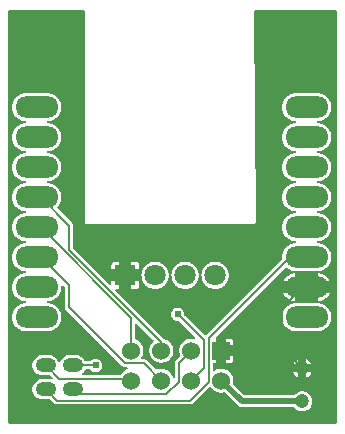
<source format=gtl>
G04 Layer: TopLayer*
G04 EasyEDA v6.5.22, 2023-01-21 22:26:58*
G04 c6cdce557248458a9636279a13899d4b,db865e68f4bc4fd99aa1dd1697a786d6,10*
G04 Gerber Generator version 0.2*
G04 Scale: 100 percent, Rotated: No, Reflected: No *
G04 Dimensions in millimeters *
G04 leading zeros omitted , absolute positions ,4 integer and 5 decimal *
%FSLAX45Y45*%
%MOMM*%

%ADD10C,0.1500*%
%ADD11C,0.5000*%
%ADD12O,1.7500092X1.1999976*%
%ADD13R,1.5240X1.5240*%
%ADD14C,1.5240*%
%ADD15C,1.2000*%
%ADD16O,3.6576X1.8288*%
%ADD17R,1.8000X1.8000*%
%ADD18C,1.8000*%
%ADD19C,0.6100*%
%ADD20C,0.0125*%

%LPD*%
G36*
X594868Y5105908D02*
G01*
X590956Y5106670D01*
X587705Y5108905D01*
X585470Y5112156D01*
X584708Y5116068D01*
X584708Y8599932D01*
X585470Y8603843D01*
X587705Y8607094D01*
X590956Y8609330D01*
X594868Y8610092D01*
X1221232Y8610092D01*
X1225143Y8609330D01*
X1228394Y8607094D01*
X1230630Y8603843D01*
X1231392Y8599932D01*
X1231392Y6820509D01*
X1232204Y6814007D01*
X1234287Y6808470D01*
X1237843Y6803339D01*
X1240840Y6800291D01*
X1244447Y6797649D01*
X1249984Y6795160D01*
X1257452Y6793992D01*
X2653690Y6793992D01*
X2660192Y6794804D01*
X2665730Y6796887D01*
X2670810Y6800392D01*
X2674010Y6803644D01*
X2676550Y6807149D01*
X2679039Y6812686D01*
X2680208Y6820255D01*
X2667762Y8599881D01*
X2668524Y8603792D01*
X2670708Y8607094D01*
X2674010Y8609330D01*
X2677922Y8610092D01*
X3354832Y8610092D01*
X3358743Y8609330D01*
X3361994Y8607094D01*
X3364229Y8603843D01*
X3364992Y8599932D01*
X3364992Y5116068D01*
X3364229Y5112156D01*
X3361994Y5108905D01*
X3358743Y5106670D01*
X3354832Y5105908D01*
G37*

%LPC*%
G36*
X3073400Y5209743D02*
G01*
X3085642Y5210606D01*
X3097580Y5213197D01*
X3109061Y5217464D01*
X3119831Y5223357D01*
X3129635Y5230672D01*
X3138322Y5239359D01*
X3145637Y5249164D01*
X3151530Y5259933D01*
X3155797Y5271414D01*
X3158388Y5283403D01*
X3159302Y5295595D01*
X3158388Y5307838D01*
X3155797Y5319776D01*
X3151530Y5331256D01*
X3145637Y5342026D01*
X3138322Y5351830D01*
X3129635Y5360517D01*
X3119831Y5367832D01*
X3109061Y5373725D01*
X3097580Y5377992D01*
X3085642Y5380583D01*
X3073400Y5381498D01*
X3061157Y5380583D01*
X3049219Y5377992D01*
X3037738Y5373725D01*
X3026968Y5367832D01*
X3017164Y5360517D01*
X3008477Y5351830D01*
X3005328Y5348376D01*
X3002483Y5347004D01*
X2999435Y5346496D01*
X2588717Y5346496D01*
X2584805Y5347258D01*
X2581554Y5349494D01*
X2490927Y5440070D01*
X2488895Y5443016D01*
X2487980Y5446420D01*
X2490216Y5463844D01*
X2490216Y5477459D01*
X2488387Y5490972D01*
X2484780Y5504129D01*
X2479497Y5516676D01*
X2472537Y5528411D01*
X2464054Y5539130D01*
X2454249Y5548630D01*
X2443276Y5556707D01*
X2431338Y5563260D01*
X2418588Y5568137D01*
X2405329Y5571337D01*
X2391765Y5572658D01*
X2378151Y5572201D01*
X2364689Y5569966D01*
X2351684Y5565902D01*
X2339289Y5560161D01*
X2332685Y5555945D01*
X2328672Y5554472D01*
X2324354Y5554776D01*
X2320544Y5556859D01*
X2318004Y5560314D01*
X2317089Y5564530D01*
X2317089Y5612384D01*
X2317851Y5616295D01*
X2320036Y5619546D01*
X2323338Y5621782D01*
X2327249Y5622544D01*
X2343912Y5622544D01*
X2343912Y5680202D01*
X2327249Y5680202D01*
X2323338Y5680964D01*
X2320036Y5683199D01*
X2317851Y5686450D01*
X2317089Y5690362D01*
X2317089Y5758942D01*
X2317851Y5762853D01*
X2320036Y5766104D01*
X2323338Y5768340D01*
X2327249Y5769102D01*
X2343912Y5769102D01*
X2343912Y5836412D01*
X2344674Y5840272D01*
X2346909Y5843574D01*
X2929432Y6426149D01*
X2932531Y6428232D01*
X2936138Y6429095D01*
X2939846Y6428587D01*
X2943098Y6426809D01*
X2951073Y6420154D01*
X2963519Y6412280D01*
X2976880Y6406032D01*
X2990900Y6401460D01*
X3005378Y6398717D01*
X3012643Y6398260D01*
X3016808Y6397040D01*
X3018231Y6395821D01*
X3019958Y6396990D01*
X3023870Y6397752D01*
X3199130Y6397752D01*
X3203041Y6396990D01*
X3204768Y6395821D01*
X3206191Y6397040D01*
X3210356Y6398260D01*
X3217621Y6398717D01*
X3232099Y6401460D01*
X3246120Y6406032D01*
X3259480Y6412280D01*
X3271926Y6420154D01*
X3283254Y6429552D01*
X3293364Y6440322D01*
X3302000Y6452209D01*
X3309112Y6465163D01*
X3314547Y6478828D01*
X3318205Y6493103D01*
X3320034Y6507734D01*
X3320034Y6522466D01*
X3318205Y6537096D01*
X3314547Y6551371D01*
X3309112Y6565036D01*
X3302000Y6577990D01*
X3293364Y6589877D01*
X3283254Y6600647D01*
X3271926Y6610045D01*
X3259480Y6617919D01*
X3246120Y6624167D01*
X3232099Y6628739D01*
X3217621Y6631482D01*
X3210356Y6631940D01*
X3206191Y6633159D01*
X3202889Y6636003D01*
X3201111Y6639915D01*
X3201111Y6644284D01*
X3202889Y6648196D01*
X3206191Y6651040D01*
X3210356Y6652259D01*
X3217621Y6652717D01*
X3232099Y6655460D01*
X3246120Y6660032D01*
X3259480Y6666280D01*
X3271926Y6674154D01*
X3283254Y6683552D01*
X3293364Y6694322D01*
X3302000Y6706209D01*
X3309112Y6719163D01*
X3314547Y6732828D01*
X3318205Y6747103D01*
X3320034Y6761734D01*
X3320034Y6776466D01*
X3318205Y6791096D01*
X3314547Y6805371D01*
X3309112Y6819036D01*
X3302000Y6831990D01*
X3293364Y6843877D01*
X3283254Y6854647D01*
X3271926Y6864045D01*
X3259480Y6871919D01*
X3246120Y6878167D01*
X3232099Y6882739D01*
X3217621Y6885482D01*
X3210356Y6885940D01*
X3206191Y6887159D01*
X3202889Y6890003D01*
X3201111Y6893915D01*
X3201111Y6898284D01*
X3202889Y6902196D01*
X3206191Y6905040D01*
X3210356Y6906259D01*
X3217621Y6906717D01*
X3232099Y6909460D01*
X3246120Y6914032D01*
X3259480Y6920280D01*
X3271926Y6928154D01*
X3283254Y6937552D01*
X3293364Y6948322D01*
X3302000Y6960209D01*
X3309112Y6973163D01*
X3314547Y6986828D01*
X3318205Y7001103D01*
X3320034Y7015734D01*
X3320034Y7030466D01*
X3318205Y7045096D01*
X3314547Y7059371D01*
X3309112Y7073036D01*
X3302000Y7085990D01*
X3293364Y7097877D01*
X3283254Y7108647D01*
X3271926Y7118045D01*
X3259480Y7125919D01*
X3246120Y7132167D01*
X3232099Y7136739D01*
X3217621Y7139482D01*
X3210356Y7139940D01*
X3206191Y7141159D01*
X3202889Y7144003D01*
X3201111Y7147915D01*
X3201111Y7152284D01*
X3202889Y7156196D01*
X3206191Y7159040D01*
X3210356Y7160259D01*
X3217621Y7160717D01*
X3232099Y7163460D01*
X3246120Y7168032D01*
X3259480Y7174280D01*
X3271926Y7182154D01*
X3283254Y7191552D01*
X3293364Y7202322D01*
X3302000Y7214209D01*
X3309112Y7227163D01*
X3314547Y7240828D01*
X3318205Y7255103D01*
X3320034Y7269734D01*
X3320034Y7284466D01*
X3318205Y7299096D01*
X3314547Y7313371D01*
X3309112Y7327036D01*
X3302000Y7339990D01*
X3293364Y7351877D01*
X3283254Y7362647D01*
X3271926Y7372045D01*
X3259480Y7379919D01*
X3246120Y7386167D01*
X3232099Y7390739D01*
X3217621Y7393482D01*
X3210356Y7393940D01*
X3206191Y7395159D01*
X3202889Y7398003D01*
X3201111Y7401915D01*
X3201111Y7406284D01*
X3202889Y7410196D01*
X3206191Y7413040D01*
X3210356Y7414259D01*
X3217621Y7414717D01*
X3232099Y7417460D01*
X3246120Y7422032D01*
X3259480Y7428280D01*
X3271926Y7436154D01*
X3283254Y7445552D01*
X3293364Y7456322D01*
X3302000Y7468209D01*
X3309112Y7481163D01*
X3314547Y7494828D01*
X3318205Y7509103D01*
X3320034Y7523734D01*
X3320034Y7538466D01*
X3318205Y7553096D01*
X3314547Y7567371D01*
X3309112Y7581036D01*
X3302000Y7593990D01*
X3293364Y7605877D01*
X3283254Y7616647D01*
X3271926Y7626045D01*
X3259480Y7633919D01*
X3246120Y7640167D01*
X3232099Y7644739D01*
X3217621Y7647482D01*
X3210356Y7647940D01*
X3206191Y7649159D01*
X3202889Y7652003D01*
X3201111Y7655915D01*
X3201111Y7660284D01*
X3202889Y7664196D01*
X3206191Y7667040D01*
X3210356Y7668259D01*
X3217621Y7668717D01*
X3232099Y7671460D01*
X3246120Y7676032D01*
X3259480Y7682280D01*
X3271926Y7690154D01*
X3283254Y7699552D01*
X3293364Y7710322D01*
X3302000Y7722209D01*
X3309112Y7735163D01*
X3314547Y7748828D01*
X3318205Y7763103D01*
X3320034Y7777734D01*
X3320034Y7792466D01*
X3318205Y7807096D01*
X3314547Y7821371D01*
X3309112Y7835036D01*
X3302000Y7847990D01*
X3293364Y7859877D01*
X3283254Y7870647D01*
X3271926Y7880045D01*
X3259480Y7887919D01*
X3246120Y7894167D01*
X3232099Y7898739D01*
X3217621Y7901482D01*
X3202635Y7902448D01*
X3020364Y7902448D01*
X3005378Y7901482D01*
X2990900Y7898739D01*
X2976880Y7894167D01*
X2963519Y7887919D01*
X2951073Y7880045D01*
X2939745Y7870647D01*
X2929636Y7859877D01*
X2921000Y7847990D01*
X2913888Y7835036D01*
X2908452Y7821371D01*
X2904794Y7807096D01*
X2902966Y7792466D01*
X2902966Y7777734D01*
X2904794Y7763103D01*
X2908452Y7748828D01*
X2913888Y7735163D01*
X2921000Y7722209D01*
X2929636Y7710322D01*
X2939745Y7699552D01*
X2951073Y7690154D01*
X2963519Y7682280D01*
X2976880Y7676032D01*
X2990900Y7671460D01*
X3005378Y7668717D01*
X3012643Y7668259D01*
X3016808Y7667040D01*
X3020110Y7664196D01*
X3021888Y7660284D01*
X3021888Y7655915D01*
X3020110Y7652003D01*
X3016808Y7649159D01*
X3012643Y7647940D01*
X3005378Y7647482D01*
X2990900Y7644739D01*
X2976880Y7640167D01*
X2963519Y7633919D01*
X2951073Y7626045D01*
X2939745Y7616647D01*
X2929636Y7605877D01*
X2921000Y7593990D01*
X2913888Y7581036D01*
X2908452Y7567371D01*
X2904794Y7553096D01*
X2902966Y7538466D01*
X2902966Y7523734D01*
X2904794Y7509103D01*
X2908452Y7494828D01*
X2913888Y7481163D01*
X2921000Y7468209D01*
X2929636Y7456322D01*
X2939745Y7445552D01*
X2951073Y7436154D01*
X2963519Y7428280D01*
X2976880Y7422032D01*
X2990900Y7417460D01*
X3005378Y7414717D01*
X3012643Y7414259D01*
X3016808Y7413040D01*
X3020110Y7410196D01*
X3021888Y7406284D01*
X3021888Y7401915D01*
X3020110Y7398003D01*
X3016808Y7395159D01*
X3012643Y7393940D01*
X3005378Y7393482D01*
X2990900Y7390739D01*
X2976880Y7386167D01*
X2963519Y7379919D01*
X2951073Y7372045D01*
X2939745Y7362647D01*
X2929636Y7351877D01*
X2921000Y7339990D01*
X2913888Y7327036D01*
X2908452Y7313371D01*
X2904794Y7299096D01*
X2902966Y7284466D01*
X2902966Y7269734D01*
X2904794Y7255103D01*
X2908452Y7240828D01*
X2913888Y7227163D01*
X2921000Y7214209D01*
X2929636Y7202322D01*
X2939745Y7191552D01*
X2951073Y7182154D01*
X2963519Y7174280D01*
X2976880Y7168032D01*
X2990900Y7163460D01*
X3005378Y7160717D01*
X3012643Y7160259D01*
X3016808Y7159040D01*
X3020110Y7156196D01*
X3021888Y7152284D01*
X3021888Y7147915D01*
X3020110Y7144003D01*
X3016808Y7141159D01*
X3012643Y7139940D01*
X3005378Y7139482D01*
X2990900Y7136739D01*
X2976880Y7132167D01*
X2963519Y7125919D01*
X2951073Y7118045D01*
X2939745Y7108647D01*
X2929636Y7097877D01*
X2921000Y7085990D01*
X2913888Y7073036D01*
X2908452Y7059371D01*
X2904794Y7045096D01*
X2902966Y7030466D01*
X2902966Y7015734D01*
X2904794Y7001103D01*
X2908452Y6986828D01*
X2913888Y6973163D01*
X2921000Y6960209D01*
X2929636Y6948322D01*
X2939745Y6937552D01*
X2951073Y6928154D01*
X2963519Y6920280D01*
X2976880Y6914032D01*
X2990900Y6909460D01*
X3005378Y6906717D01*
X3012643Y6906259D01*
X3016808Y6905040D01*
X3020110Y6902196D01*
X3021888Y6898284D01*
X3021888Y6893915D01*
X3020110Y6890003D01*
X3016808Y6887159D01*
X3012643Y6885940D01*
X3005378Y6885482D01*
X2990900Y6882739D01*
X2976880Y6878167D01*
X2963519Y6871919D01*
X2951073Y6864045D01*
X2939745Y6854647D01*
X2929636Y6843877D01*
X2921000Y6831990D01*
X2913888Y6819036D01*
X2908452Y6805371D01*
X2904794Y6791096D01*
X2902966Y6776466D01*
X2902966Y6761734D01*
X2904794Y6747103D01*
X2908452Y6732828D01*
X2913888Y6719163D01*
X2921000Y6706209D01*
X2929636Y6694322D01*
X2939745Y6683552D01*
X2951073Y6674154D01*
X2963519Y6666280D01*
X2976880Y6660032D01*
X2990900Y6655460D01*
X3005378Y6652717D01*
X3012643Y6652259D01*
X3016808Y6651040D01*
X3020110Y6648196D01*
X3021888Y6644284D01*
X3021888Y6639915D01*
X3020110Y6636003D01*
X3016808Y6633159D01*
X3012643Y6631940D01*
X3005378Y6631482D01*
X2990900Y6628739D01*
X2976880Y6624167D01*
X2963519Y6617919D01*
X2951073Y6610045D01*
X2939745Y6600647D01*
X2929636Y6589877D01*
X2921000Y6577990D01*
X2913888Y6565036D01*
X2908452Y6551371D01*
X2904794Y6537096D01*
X2902966Y6522466D01*
X2902966Y6507734D01*
X2903880Y6500622D01*
X2903778Y6497523D01*
X2902762Y6494627D01*
X2900984Y6492138D01*
X2261108Y5852312D01*
X2257806Y5850077D01*
X2253945Y5849315D01*
X2250033Y5850077D01*
X2246731Y5852312D01*
X2078278Y6020765D01*
X2075942Y6024473D01*
X2075332Y6028842D01*
X2075688Y6032500D01*
X2074824Y6042304D01*
X2072284Y6051804D01*
X2068118Y6060694D01*
X2062480Y6068720D01*
X2055520Y6075680D01*
X2047493Y6081318D01*
X2038604Y6085484D01*
X2029104Y6088024D01*
X2019300Y6088888D01*
X2009495Y6088024D01*
X1999996Y6085484D01*
X1991106Y6081318D01*
X1983079Y6075680D01*
X1976120Y6068720D01*
X1970481Y6060694D01*
X1966315Y6051804D01*
X1963775Y6042304D01*
X1962912Y6032500D01*
X1963775Y6022695D01*
X1966315Y6013196D01*
X1970481Y6004306D01*
X1976120Y5996279D01*
X1983079Y5989320D01*
X1991106Y5983681D01*
X1999996Y5979515D01*
X2009495Y5976975D01*
X2019300Y5976112D01*
X2022957Y5976467D01*
X2027326Y5975858D01*
X2031034Y5973521D01*
X2162556Y5842000D01*
X2164943Y5838291D01*
X2165502Y5834024D01*
X2164283Y5829858D01*
X2161387Y5826556D01*
X2157374Y5824829D01*
X2153056Y5824931D01*
X2151329Y5825337D01*
X2137765Y5826658D01*
X2124151Y5826201D01*
X2110689Y5823966D01*
X2097684Y5819902D01*
X2085289Y5814161D01*
X2073808Y5806846D01*
X2063394Y5798058D01*
X2054250Y5787898D01*
X2046528Y5776671D01*
X2040382Y5764530D01*
X2035911Y5751626D01*
X2033168Y5738266D01*
X2032254Y5724652D01*
X2033168Y5711037D01*
X2035911Y5697677D01*
X2040077Y5685688D01*
X2040636Y5681980D01*
X2039772Y5678322D01*
X2037638Y5675172D01*
X2007260Y5644794D01*
X2002536Y5638952D01*
X1999386Y5632754D01*
X1997506Y5625896D01*
X1997100Y5620410D01*
X1997100Y5505602D01*
X1996236Y5501538D01*
X1993849Y5498185D01*
X1990293Y5496001D01*
X1986229Y5495442D01*
X1982216Y5496610D01*
X1979015Y5499252D01*
X1971497Y5516676D01*
X1964537Y5528411D01*
X1956054Y5539130D01*
X1946249Y5548630D01*
X1935276Y5556707D01*
X1923338Y5563260D01*
X1910588Y5568137D01*
X1897329Y5571337D01*
X1883765Y5572658D01*
X1870151Y5572201D01*
X1856689Y5569966D01*
X1838401Y5564378D01*
X1834337Y5565089D01*
X1830933Y5567324D01*
X1756714Y5641543D01*
X1750872Y5646267D01*
X1744675Y5649417D01*
X1737817Y5651296D01*
X1732330Y5651703D01*
X1719376Y5651703D01*
X1715211Y5652617D01*
X1711807Y5655106D01*
X1709674Y5658815D01*
X1709267Y5663031D01*
X1710639Y5667044D01*
X1717497Y5678627D01*
X1722780Y5691174D01*
X1726387Y5704332D01*
X1728216Y5717844D01*
X1728216Y5731459D01*
X1726387Y5744972D01*
X1722780Y5758129D01*
X1717497Y5770676D01*
X1710537Y5782411D01*
X1702054Y5793130D01*
X1692249Y5802630D01*
X1681276Y5810707D01*
X1669338Y5817260D01*
X1666290Y5818428D01*
X1662887Y5820613D01*
X1660601Y5823966D01*
X1659788Y5827928D01*
X1659788Y5946140D01*
X1660550Y5950000D01*
X1662734Y5953302D01*
X1666036Y5955538D01*
X1669948Y5956300D01*
X1673809Y5955538D01*
X1677111Y5953302D01*
X1814068Y5816396D01*
X1816354Y5812891D01*
X1817014Y5808776D01*
X1815998Y5804712D01*
X1813407Y5801461D01*
X1809394Y5798058D01*
X1800250Y5787898D01*
X1792528Y5776671D01*
X1786382Y5764530D01*
X1781911Y5751626D01*
X1779168Y5738266D01*
X1778254Y5724652D01*
X1779168Y5711037D01*
X1781911Y5697677D01*
X1786382Y5684774D01*
X1792528Y5672632D01*
X1800250Y5661406D01*
X1809394Y5651246D01*
X1819808Y5642457D01*
X1831289Y5635142D01*
X1843684Y5629402D01*
X1856689Y5625338D01*
X1870151Y5623102D01*
X1883765Y5622645D01*
X1897329Y5623966D01*
X1910588Y5627166D01*
X1923338Y5632043D01*
X1935276Y5638596D01*
X1946249Y5646674D01*
X1956054Y5656173D01*
X1964537Y5666892D01*
X1971497Y5678627D01*
X1976780Y5691174D01*
X1980387Y5704332D01*
X1982216Y5717844D01*
X1982216Y5731459D01*
X1980387Y5744972D01*
X1976780Y5758129D01*
X1971497Y5770676D01*
X1964537Y5782411D01*
X1956054Y5793130D01*
X1946249Y5802630D01*
X1935276Y5810707D01*
X1923338Y5817260D01*
X1910588Y5822137D01*
X1903120Y5823915D01*
X1900529Y5824931D01*
X1898294Y5826658D01*
X1495501Y6229451D01*
X1493266Y6232753D01*
X1492504Y6236614D01*
X1493266Y6240526D01*
X1495501Y6243828D01*
X1498803Y6246012D01*
X1502664Y6246774D01*
X1523441Y6246774D01*
X1523441Y6311341D01*
X1458874Y6311341D01*
X1458874Y6290564D01*
X1458112Y6286703D01*
X1455928Y6283401D01*
X1452626Y6281166D01*
X1448714Y6280404D01*
X1444853Y6281166D01*
X1441551Y6283401D01*
X1138224Y6586728D01*
X1135989Y6590030D01*
X1135227Y6593890D01*
X1135227Y6781647D01*
X1134465Y6789115D01*
X1132281Y6795719D01*
X1128725Y6801866D01*
X1125169Y6806082D01*
X1002487Y6928764D01*
X1000302Y6931964D01*
X999490Y6935774D01*
X1000201Y6939584D01*
X1002233Y6942886D01*
X1007364Y6948322D01*
X1016000Y6960209D01*
X1023112Y6973163D01*
X1028547Y6986828D01*
X1032205Y7001103D01*
X1034034Y7015734D01*
X1034034Y7030466D01*
X1032205Y7045096D01*
X1028547Y7059371D01*
X1023112Y7073036D01*
X1016000Y7085990D01*
X1007364Y7097877D01*
X997254Y7108647D01*
X985926Y7118045D01*
X973480Y7125919D01*
X960119Y7132167D01*
X946099Y7136739D01*
X931621Y7139482D01*
X924356Y7139940D01*
X920191Y7141159D01*
X916889Y7144003D01*
X915111Y7147915D01*
X915111Y7152284D01*
X916889Y7156196D01*
X920191Y7159040D01*
X924356Y7160259D01*
X931621Y7160717D01*
X946099Y7163460D01*
X960119Y7168032D01*
X973480Y7174280D01*
X985926Y7182154D01*
X997254Y7191552D01*
X1007364Y7202322D01*
X1016000Y7214209D01*
X1023112Y7227163D01*
X1028547Y7240828D01*
X1032205Y7255103D01*
X1034034Y7269734D01*
X1034034Y7284466D01*
X1032205Y7299096D01*
X1028547Y7313371D01*
X1023112Y7327036D01*
X1016000Y7339990D01*
X1007364Y7351877D01*
X997254Y7362647D01*
X985926Y7372045D01*
X973480Y7379919D01*
X960119Y7386167D01*
X946099Y7390739D01*
X931621Y7393482D01*
X924356Y7393940D01*
X920191Y7395159D01*
X916889Y7398003D01*
X915111Y7401915D01*
X915111Y7406284D01*
X916889Y7410196D01*
X920191Y7413040D01*
X924356Y7414259D01*
X931621Y7414717D01*
X946099Y7417460D01*
X960119Y7422032D01*
X973480Y7428280D01*
X985926Y7436154D01*
X997254Y7445552D01*
X1007364Y7456322D01*
X1016000Y7468209D01*
X1023112Y7481163D01*
X1028547Y7494828D01*
X1032205Y7509103D01*
X1034034Y7523734D01*
X1034034Y7538466D01*
X1032205Y7553096D01*
X1028547Y7567371D01*
X1023112Y7581036D01*
X1016000Y7593990D01*
X1007364Y7605877D01*
X997254Y7616647D01*
X985926Y7626045D01*
X973480Y7633919D01*
X960119Y7640167D01*
X946099Y7644739D01*
X931621Y7647482D01*
X924356Y7647940D01*
X920191Y7649159D01*
X916889Y7652003D01*
X915111Y7655915D01*
X915111Y7660284D01*
X916889Y7664196D01*
X920191Y7667040D01*
X924356Y7668259D01*
X931621Y7668717D01*
X946099Y7671460D01*
X960119Y7676032D01*
X973480Y7682280D01*
X985926Y7690154D01*
X997254Y7699552D01*
X1007364Y7710322D01*
X1016000Y7722209D01*
X1023112Y7735163D01*
X1028547Y7748828D01*
X1032205Y7763103D01*
X1034034Y7777734D01*
X1034034Y7792466D01*
X1032205Y7807096D01*
X1028547Y7821371D01*
X1023112Y7835036D01*
X1016000Y7847990D01*
X1007364Y7859877D01*
X997254Y7870647D01*
X985926Y7880045D01*
X973480Y7887919D01*
X960119Y7894167D01*
X946099Y7898739D01*
X931621Y7901482D01*
X916635Y7902448D01*
X734364Y7902448D01*
X719378Y7901482D01*
X704900Y7898739D01*
X690880Y7894167D01*
X677519Y7887919D01*
X665073Y7880045D01*
X653745Y7870647D01*
X643636Y7859877D01*
X635000Y7847990D01*
X627888Y7835036D01*
X622452Y7821371D01*
X618794Y7807096D01*
X616966Y7792466D01*
X616966Y7777734D01*
X618794Y7763103D01*
X622452Y7748828D01*
X627888Y7735163D01*
X635000Y7722209D01*
X643636Y7710322D01*
X653745Y7699552D01*
X665073Y7690154D01*
X677519Y7682280D01*
X690880Y7676032D01*
X704900Y7671460D01*
X719378Y7668717D01*
X726643Y7668259D01*
X730808Y7667040D01*
X734110Y7664196D01*
X735888Y7660284D01*
X735888Y7655915D01*
X734110Y7652003D01*
X730808Y7649159D01*
X726643Y7647940D01*
X719378Y7647482D01*
X704900Y7644739D01*
X690880Y7640167D01*
X677519Y7633919D01*
X665073Y7626045D01*
X653745Y7616647D01*
X643636Y7605877D01*
X635000Y7593990D01*
X627888Y7581036D01*
X622452Y7567371D01*
X618794Y7553096D01*
X616966Y7538466D01*
X616966Y7523734D01*
X618794Y7509103D01*
X622452Y7494828D01*
X627888Y7481163D01*
X635000Y7468209D01*
X643636Y7456322D01*
X653745Y7445552D01*
X665073Y7436154D01*
X677519Y7428280D01*
X690880Y7422032D01*
X704900Y7417460D01*
X719378Y7414717D01*
X726643Y7414259D01*
X730808Y7413040D01*
X734110Y7410196D01*
X735888Y7406284D01*
X735888Y7401915D01*
X734110Y7398003D01*
X730808Y7395159D01*
X726643Y7393940D01*
X719378Y7393482D01*
X704900Y7390739D01*
X690880Y7386167D01*
X677519Y7379919D01*
X665073Y7372045D01*
X653745Y7362647D01*
X643636Y7351877D01*
X635000Y7339990D01*
X627888Y7327036D01*
X622452Y7313371D01*
X618794Y7299096D01*
X616966Y7284466D01*
X616966Y7269734D01*
X618794Y7255103D01*
X622452Y7240828D01*
X627888Y7227163D01*
X635000Y7214209D01*
X643636Y7202322D01*
X653745Y7191552D01*
X665073Y7182154D01*
X677519Y7174280D01*
X690880Y7168032D01*
X704900Y7163460D01*
X719378Y7160717D01*
X726643Y7160259D01*
X730808Y7159040D01*
X734110Y7156196D01*
X735888Y7152284D01*
X735888Y7147915D01*
X734110Y7144003D01*
X730808Y7141159D01*
X726643Y7139940D01*
X719378Y7139482D01*
X704900Y7136739D01*
X690880Y7132167D01*
X677519Y7125919D01*
X665073Y7118045D01*
X653745Y7108647D01*
X643636Y7097877D01*
X635000Y7085990D01*
X627888Y7073036D01*
X622452Y7059371D01*
X618794Y7045096D01*
X616966Y7030466D01*
X616966Y7015734D01*
X618794Y7001103D01*
X622452Y6986828D01*
X627888Y6973163D01*
X635000Y6960209D01*
X643636Y6948322D01*
X653745Y6937552D01*
X665073Y6928154D01*
X677519Y6920280D01*
X690880Y6914032D01*
X704900Y6909460D01*
X719378Y6906717D01*
X726643Y6906259D01*
X730808Y6905040D01*
X734110Y6902196D01*
X735888Y6898284D01*
X735888Y6893915D01*
X734110Y6890003D01*
X730808Y6887159D01*
X726643Y6885940D01*
X719378Y6885482D01*
X704900Y6882739D01*
X690880Y6878167D01*
X677519Y6871919D01*
X665073Y6864045D01*
X653745Y6854647D01*
X643636Y6843877D01*
X635000Y6831990D01*
X627888Y6819036D01*
X622452Y6805371D01*
X618794Y6791096D01*
X616966Y6776466D01*
X616966Y6761734D01*
X618794Y6747103D01*
X622452Y6732828D01*
X627888Y6719163D01*
X635000Y6706209D01*
X643636Y6694322D01*
X653745Y6683552D01*
X665073Y6674154D01*
X677519Y6666280D01*
X690880Y6660032D01*
X704900Y6655460D01*
X719378Y6652717D01*
X726643Y6652259D01*
X730808Y6651040D01*
X734110Y6648196D01*
X735888Y6644284D01*
X735888Y6639915D01*
X734110Y6636003D01*
X730808Y6633159D01*
X726643Y6631940D01*
X719378Y6631482D01*
X704900Y6628739D01*
X690880Y6624167D01*
X677519Y6617919D01*
X665073Y6610045D01*
X653745Y6600647D01*
X643636Y6589877D01*
X635000Y6577990D01*
X627888Y6565036D01*
X622452Y6551371D01*
X618794Y6537096D01*
X616966Y6522466D01*
X616966Y6507734D01*
X618794Y6493103D01*
X622452Y6478828D01*
X627888Y6465163D01*
X635000Y6452209D01*
X643636Y6440322D01*
X653745Y6429552D01*
X665073Y6420154D01*
X677519Y6412280D01*
X690880Y6406032D01*
X704900Y6401460D01*
X719378Y6398717D01*
X726643Y6398260D01*
X730808Y6397040D01*
X734110Y6394196D01*
X735888Y6390284D01*
X735888Y6385915D01*
X734110Y6382004D01*
X730808Y6379159D01*
X726643Y6377940D01*
X719378Y6377482D01*
X704900Y6374739D01*
X690880Y6370167D01*
X677519Y6363919D01*
X665073Y6356045D01*
X653745Y6346647D01*
X643636Y6335877D01*
X635000Y6323990D01*
X627888Y6311036D01*
X622452Y6297371D01*
X618794Y6283096D01*
X616966Y6268466D01*
X616966Y6253734D01*
X618794Y6239103D01*
X622452Y6224828D01*
X627888Y6211163D01*
X635000Y6198209D01*
X643636Y6186322D01*
X653745Y6175552D01*
X665073Y6166154D01*
X677519Y6158280D01*
X690880Y6152032D01*
X704900Y6147460D01*
X719378Y6144717D01*
X726643Y6144260D01*
X730808Y6143040D01*
X734110Y6140196D01*
X735888Y6136284D01*
X735888Y6131915D01*
X734110Y6128004D01*
X730808Y6125159D01*
X726643Y6123940D01*
X719378Y6123482D01*
X704900Y6120739D01*
X690880Y6116167D01*
X677519Y6109919D01*
X665073Y6102045D01*
X653745Y6092647D01*
X643636Y6081877D01*
X635000Y6069990D01*
X627888Y6057036D01*
X622452Y6043371D01*
X618794Y6029096D01*
X616966Y6014466D01*
X616966Y5999734D01*
X618794Y5985103D01*
X622452Y5970828D01*
X627888Y5957163D01*
X635000Y5944209D01*
X643636Y5932322D01*
X653745Y5921552D01*
X665073Y5912154D01*
X677519Y5904280D01*
X690880Y5898032D01*
X704900Y5893460D01*
X719378Y5890717D01*
X734364Y5889752D01*
X916635Y5889752D01*
X931621Y5890717D01*
X946099Y5893460D01*
X960119Y5898032D01*
X973480Y5904280D01*
X985926Y5912154D01*
X997254Y5921552D01*
X1007364Y5932322D01*
X1016000Y5944209D01*
X1023112Y5957163D01*
X1028547Y5970828D01*
X1032205Y5985103D01*
X1034034Y5999734D01*
X1034034Y6014466D01*
X1032205Y6029096D01*
X1028547Y6043371D01*
X1023112Y6057036D01*
X1016000Y6069990D01*
X1007364Y6081877D01*
X997254Y6092647D01*
X985926Y6102045D01*
X973480Y6109919D01*
X960119Y6116167D01*
X946099Y6120739D01*
X931621Y6123482D01*
X924356Y6123940D01*
X920191Y6125159D01*
X916889Y6128004D01*
X915111Y6131915D01*
X915111Y6136284D01*
X916889Y6140196D01*
X920191Y6143040D01*
X924356Y6144260D01*
X931621Y6144717D01*
X946099Y6147460D01*
X960119Y6152032D01*
X973480Y6158280D01*
X985926Y6166154D01*
X997254Y6175552D01*
X1007364Y6186322D01*
X1016000Y6198209D01*
X1023112Y6211163D01*
X1028547Y6224828D01*
X1032205Y6239103D01*
X1034034Y6253734D01*
X1033983Y6269685D01*
X1034694Y6273546D01*
X1036929Y6276898D01*
X1040231Y6279083D01*
X1044092Y6279896D01*
X1048003Y6279083D01*
X1051306Y6276898D01*
X1063345Y6264859D01*
X1065530Y6261557D01*
X1066292Y6257696D01*
X1066292Y6089853D01*
X1067104Y6082385D01*
X1069238Y6075730D01*
X1072794Y6069584D01*
X1076401Y6065418D01*
X1546758Y5595061D01*
X1552549Y5590336D01*
X1558798Y5587187D01*
X1565656Y5585307D01*
X1571142Y5584901D01*
X1584553Y5584901D01*
X1588363Y5584139D01*
X1591614Y5582005D01*
X1593850Y5578805D01*
X1594713Y5574995D01*
X1594053Y5571134D01*
X1591970Y5567832D01*
X1588820Y5565495D01*
X1577289Y5560161D01*
X1565808Y5552846D01*
X1555394Y5544058D01*
X1546250Y5533898D01*
X1538935Y5523280D01*
X1536700Y5520893D01*
X1533804Y5519369D01*
X1530553Y5518861D01*
X1221638Y5518861D01*
X1217777Y5519623D01*
X1214475Y5521858D01*
X1212240Y5525160D01*
X1211478Y5529021D01*
X1212240Y5532932D01*
X1214475Y5536234D01*
X1222705Y5544464D01*
X1230020Y5554268D01*
X1233779Y5561126D01*
X1236065Y5563920D01*
X1239164Y5565800D01*
X1242720Y5566410D01*
X1273657Y5566410D01*
X1277569Y5565648D01*
X1280820Y5563463D01*
X1287627Y5556656D01*
X1295704Y5551017D01*
X1304594Y5546852D01*
X1314094Y5544312D01*
X1323898Y5543448D01*
X1333652Y5544312D01*
X1343152Y5546852D01*
X1352042Y5551017D01*
X1360119Y5556656D01*
X1367078Y5563616D01*
X1372666Y5571642D01*
X1376832Y5580532D01*
X1379372Y5590032D01*
X1380236Y5599836D01*
X1379372Y5609640D01*
X1376832Y5619140D01*
X1372666Y5628030D01*
X1367078Y5636056D01*
X1360119Y5643016D01*
X1352042Y5648655D01*
X1343152Y5652820D01*
X1333652Y5655360D01*
X1323898Y5656224D01*
X1314094Y5655360D01*
X1304594Y5652820D01*
X1295704Y5648655D01*
X1287627Y5643016D01*
X1280820Y5636209D01*
X1277569Y5634024D01*
X1273657Y5633262D01*
X1243634Y5633262D01*
X1240078Y5633872D01*
X1236980Y5635701D01*
X1234744Y5638546D01*
X1230020Y5647131D01*
X1222705Y5656935D01*
X1214018Y5665571D01*
X1204214Y5672937D01*
X1193444Y5678830D01*
X1181963Y5683097D01*
X1170025Y5685688D01*
X1157427Y5686602D01*
X1103172Y5686602D01*
X1090574Y5685688D01*
X1078585Y5683097D01*
X1067104Y5678830D01*
X1056335Y5672937D01*
X1046530Y5665571D01*
X1037894Y5656935D01*
X1030528Y5647131D01*
X1024940Y5636818D01*
X1022096Y5633567D01*
X1018184Y5631789D01*
X1013866Y5631789D01*
X1009903Y5633567D01*
X1007110Y5636818D01*
X1001471Y5647131D01*
X994105Y5656935D01*
X985469Y5665622D01*
X975664Y5672937D01*
X964895Y5678830D01*
X953414Y5683097D01*
X941425Y5685739D01*
X928827Y5686602D01*
X874572Y5686602D01*
X861974Y5685739D01*
X850036Y5683097D01*
X838555Y5678830D01*
X827786Y5672937D01*
X817981Y5665622D01*
X809294Y5656935D01*
X801979Y5647131D01*
X796086Y5636361D01*
X791819Y5624880D01*
X789178Y5612942D01*
X788314Y5600700D01*
X789178Y5588508D01*
X791819Y5576519D01*
X796086Y5565038D01*
X801979Y5554268D01*
X809294Y5544464D01*
X817981Y5535828D01*
X827786Y5528462D01*
X838555Y5522569D01*
X850036Y5518302D01*
X861974Y5515711D01*
X874572Y5514797D01*
X928827Y5514797D01*
X934974Y5515254D01*
X939241Y5514644D01*
X942848Y5512308D01*
X956818Y5498287D01*
X959154Y5494680D01*
X959815Y5490413D01*
X958596Y5486247D01*
X955751Y5482996D01*
X951839Y5481218D01*
X947521Y5481218D01*
X941425Y5482539D01*
X928827Y5483402D01*
X874572Y5483402D01*
X861974Y5482539D01*
X850036Y5479897D01*
X838555Y5475630D01*
X827786Y5469737D01*
X817981Y5462422D01*
X809294Y5453735D01*
X801979Y5443931D01*
X796086Y5433161D01*
X791819Y5421680D01*
X789178Y5409742D01*
X788314Y5397500D01*
X789178Y5385308D01*
X791819Y5373319D01*
X796086Y5361838D01*
X801979Y5351068D01*
X809294Y5341264D01*
X817981Y5332628D01*
X827786Y5325262D01*
X838555Y5319369D01*
X850036Y5315102D01*
X861974Y5312511D01*
X874572Y5311597D01*
X928827Y5311597D01*
X934974Y5312054D01*
X939241Y5311444D01*
X942848Y5309108D01*
X973734Y5278221D01*
X979576Y5273497D01*
X985774Y5270347D01*
X992632Y5268468D01*
X998118Y5268061D01*
X2122932Y5268061D01*
X2130399Y5268823D01*
X2137003Y5271008D01*
X2143150Y5274564D01*
X2147366Y5278120D01*
X2286711Y5417515D01*
X2290470Y5419852D01*
X2294839Y5420410D01*
X2299055Y5419090D01*
X2302306Y5416042D01*
X2308250Y5407406D01*
X2317394Y5397246D01*
X2327808Y5388457D01*
X2339289Y5381142D01*
X2351684Y5375402D01*
X2364689Y5371338D01*
X2378151Y5369102D01*
X2391765Y5368645D01*
X2405329Y5369966D01*
X2409240Y5370931D01*
X2412695Y5371134D01*
X2415997Y5370220D01*
X2418791Y5368239D01*
X2527249Y5259730D01*
X2530703Y5256580D01*
X2534208Y5253888D01*
X2537968Y5251500D01*
X2541930Y5249468D01*
X2545994Y5247741D01*
X2550261Y5246420D01*
X2554579Y5245455D01*
X2558999Y5244896D01*
X2563622Y5244693D01*
X2999435Y5244693D01*
X3002534Y5244185D01*
X3005328Y5242814D01*
X3008477Y5239359D01*
X3017164Y5230672D01*
X3026968Y5223357D01*
X3037738Y5217464D01*
X3049219Y5213197D01*
X3061157Y5210606D01*
G37*
G36*
X3109772Y5497830D02*
G01*
X3119831Y5503367D01*
X3129635Y5510682D01*
X3138322Y5519369D01*
X3145637Y5529173D01*
X3151174Y5539232D01*
X3109772Y5539232D01*
G37*
G36*
X3037027Y5497830D02*
G01*
X3037027Y5539232D01*
X2995625Y5539232D01*
X3001162Y5529173D01*
X3008477Y5519369D01*
X3017164Y5510682D01*
X3026968Y5503367D01*
G37*
G36*
X2995625Y5611926D02*
G01*
X3037027Y5611926D01*
X3037027Y5653328D01*
X3026968Y5647842D01*
X3017164Y5640527D01*
X3008477Y5631840D01*
X3001162Y5622036D01*
G37*
G36*
X3109772Y5611926D02*
G01*
X3151174Y5611926D01*
X3145637Y5622036D01*
X3138322Y5631840D01*
X3129635Y5640527D01*
X3119831Y5647842D01*
X3109772Y5653328D01*
G37*
G36*
X2432812Y5622544D02*
G01*
X2464003Y5622544D01*
X2470302Y5623255D01*
X2475788Y5625185D01*
X2480665Y5628233D01*
X2484780Y5632348D01*
X2487828Y5637225D01*
X2489758Y5642711D01*
X2490470Y5649010D01*
X2490470Y5680202D01*
X2432812Y5680202D01*
G37*
G36*
X2432812Y5769102D02*
G01*
X2490470Y5769102D01*
X2490470Y5800293D01*
X2489758Y5806592D01*
X2487828Y5812078D01*
X2484780Y5816955D01*
X2480665Y5821070D01*
X2475788Y5824118D01*
X2470302Y5826048D01*
X2464003Y5826760D01*
X2432812Y5826760D01*
G37*
G36*
X3020364Y5889752D02*
G01*
X3202635Y5889752D01*
X3217621Y5890717D01*
X3232099Y5893460D01*
X3246120Y5898032D01*
X3259480Y5904280D01*
X3271926Y5912154D01*
X3283254Y5921552D01*
X3293364Y5932322D01*
X3302000Y5944209D01*
X3309112Y5957163D01*
X3314547Y5970828D01*
X3318205Y5985103D01*
X3320034Y5999734D01*
X3320034Y6014466D01*
X3318205Y6029096D01*
X3314547Y6043371D01*
X3309112Y6057036D01*
X3302000Y6069990D01*
X3293364Y6081877D01*
X3283254Y6092647D01*
X3271926Y6102045D01*
X3259480Y6109919D01*
X3246120Y6116167D01*
X3232099Y6120739D01*
X3217621Y6123482D01*
X3210356Y6123940D01*
X3206191Y6125159D01*
X3204768Y6126378D01*
X3203041Y6125210D01*
X3199130Y6124448D01*
X3023870Y6124448D01*
X3019958Y6125210D01*
X3018231Y6126378D01*
X3016808Y6125159D01*
X3012643Y6123940D01*
X3005378Y6123482D01*
X2990900Y6120739D01*
X2976880Y6116167D01*
X2963519Y6109919D01*
X2951073Y6102045D01*
X2939745Y6092647D01*
X2929636Y6081877D01*
X2921000Y6069990D01*
X2913888Y6057036D01*
X2908452Y6043371D01*
X2904794Y6029096D01*
X2902966Y6014466D01*
X2902966Y5999734D01*
X2904794Y5985103D01*
X2908452Y5970828D01*
X2913888Y5957163D01*
X2921000Y5944209D01*
X2929636Y5932322D01*
X2939745Y5921552D01*
X2951073Y5912154D01*
X2963519Y5904280D01*
X2976880Y5898032D01*
X2990900Y5893460D01*
X3005378Y5890717D01*
G37*
G36*
X3013710Y6143904D02*
G01*
X3013710Y6209030D01*
X2915056Y6209030D01*
X2921000Y6198209D01*
X2929636Y6186322D01*
X2939745Y6175552D01*
X2951073Y6166154D01*
X2963519Y6158280D01*
X2976880Y6152032D01*
X2990900Y6147460D01*
X3005378Y6144717D01*
X3012643Y6144260D01*
G37*
G36*
X3209290Y6143904D02*
G01*
X3210356Y6144260D01*
X3217621Y6144717D01*
X3232099Y6147460D01*
X3246120Y6152032D01*
X3259480Y6158280D01*
X3271926Y6166154D01*
X3283254Y6175552D01*
X3293364Y6186322D01*
X3302000Y6198209D01*
X3307943Y6209030D01*
X3209290Y6209030D01*
G37*
G36*
X1626158Y6246774D02*
G01*
X1664207Y6246774D01*
X1670557Y6247485D01*
X1675993Y6249416D01*
X1680921Y6252514D01*
X1684985Y6256578D01*
X1688084Y6261506D01*
X1690014Y6266942D01*
X1690725Y6273292D01*
X1690725Y6311341D01*
X1626158Y6311341D01*
G37*
G36*
X1821535Y6247028D02*
G01*
X1836064Y6247028D01*
X1850491Y6248857D01*
X1864614Y6252464D01*
X1878126Y6257848D01*
X1890877Y6264859D01*
X1902663Y6273393D01*
X1913280Y6283350D01*
X1922576Y6294577D01*
X1930349Y6306870D01*
X1936546Y6320028D01*
X1941068Y6333896D01*
X1943760Y6348171D01*
X1944674Y6362700D01*
X1943760Y6377228D01*
X1941068Y6391503D01*
X1936546Y6405372D01*
X1930349Y6418529D01*
X1922576Y6430822D01*
X1913280Y6442049D01*
X1902663Y6452006D01*
X1890877Y6460540D01*
X1878126Y6467551D01*
X1864614Y6472936D01*
X1850491Y6476542D01*
X1836064Y6478371D01*
X1821535Y6478371D01*
X1807108Y6476542D01*
X1792986Y6472936D01*
X1779473Y6467551D01*
X1766722Y6460540D01*
X1754936Y6452006D01*
X1744319Y6442049D01*
X1735023Y6430822D01*
X1727250Y6418529D01*
X1721053Y6405372D01*
X1716532Y6391503D01*
X1713839Y6377228D01*
X1712925Y6362700D01*
X1713839Y6348171D01*
X1716532Y6333896D01*
X1721053Y6320028D01*
X1727250Y6306870D01*
X1735023Y6294577D01*
X1744319Y6283350D01*
X1754936Y6273393D01*
X1766722Y6264859D01*
X1779473Y6257848D01*
X1792986Y6252464D01*
X1807108Y6248857D01*
G37*
G36*
X2329535Y6247028D02*
G01*
X2344064Y6247028D01*
X2358491Y6248857D01*
X2372614Y6252464D01*
X2386126Y6257848D01*
X2398877Y6264859D01*
X2410663Y6273393D01*
X2421280Y6283350D01*
X2430576Y6294577D01*
X2438349Y6306870D01*
X2444546Y6320028D01*
X2449068Y6333896D01*
X2451760Y6348171D01*
X2452674Y6362700D01*
X2451760Y6377228D01*
X2449068Y6391503D01*
X2444546Y6405372D01*
X2438349Y6418529D01*
X2430576Y6430822D01*
X2421280Y6442049D01*
X2410663Y6452006D01*
X2398877Y6460540D01*
X2386126Y6467551D01*
X2372614Y6472936D01*
X2358491Y6476542D01*
X2344064Y6478371D01*
X2329535Y6478371D01*
X2315108Y6476542D01*
X2300986Y6472936D01*
X2287473Y6467551D01*
X2274722Y6460540D01*
X2262936Y6452006D01*
X2252319Y6442049D01*
X2243023Y6430822D01*
X2235250Y6418529D01*
X2229053Y6405372D01*
X2224532Y6391503D01*
X2221839Y6377228D01*
X2220925Y6362700D01*
X2221839Y6348171D01*
X2224532Y6333896D01*
X2229053Y6320028D01*
X2235250Y6306870D01*
X2243023Y6294577D01*
X2252319Y6283350D01*
X2262936Y6273393D01*
X2274722Y6264859D01*
X2287473Y6257848D01*
X2300986Y6252464D01*
X2315108Y6248857D01*
G37*
G36*
X2075535Y6247028D02*
G01*
X2090064Y6247028D01*
X2104491Y6248857D01*
X2118614Y6252464D01*
X2132126Y6257848D01*
X2144877Y6264859D01*
X2156663Y6273393D01*
X2167280Y6283350D01*
X2176576Y6294577D01*
X2184349Y6306870D01*
X2190546Y6320028D01*
X2195068Y6333896D01*
X2197760Y6348171D01*
X2198674Y6362700D01*
X2197760Y6377228D01*
X2195068Y6391503D01*
X2190546Y6405372D01*
X2184349Y6418529D01*
X2176576Y6430822D01*
X2167280Y6442049D01*
X2156663Y6452006D01*
X2144877Y6460540D01*
X2132126Y6467551D01*
X2118614Y6472936D01*
X2104491Y6476542D01*
X2090064Y6478371D01*
X2075535Y6478371D01*
X2061108Y6476542D01*
X2046986Y6472936D01*
X2033473Y6467551D01*
X2020722Y6460540D01*
X2008936Y6452006D01*
X1998319Y6442049D01*
X1989023Y6430822D01*
X1981250Y6418529D01*
X1975053Y6405372D01*
X1970532Y6391503D01*
X1967839Y6377228D01*
X1966925Y6362700D01*
X1967839Y6348171D01*
X1970532Y6333896D01*
X1975053Y6320028D01*
X1981250Y6306870D01*
X1989023Y6294577D01*
X1998319Y6283350D01*
X2008936Y6273393D01*
X2020722Y6264859D01*
X2033473Y6257848D01*
X2046986Y6252464D01*
X2061108Y6248857D01*
G37*
G36*
X3209290Y6313170D02*
G01*
X3307943Y6313170D01*
X3302000Y6323990D01*
X3293364Y6335877D01*
X3283254Y6346647D01*
X3271926Y6356045D01*
X3259480Y6363919D01*
X3246120Y6370167D01*
X3232099Y6374739D01*
X3217621Y6377482D01*
X3210356Y6377940D01*
X3209290Y6378295D01*
G37*
G36*
X2915056Y6313170D02*
G01*
X3013710Y6313170D01*
X3013710Y6378295D01*
X3012643Y6377940D01*
X3005378Y6377482D01*
X2990900Y6374739D01*
X2976880Y6370167D01*
X2963519Y6363919D01*
X2951073Y6356045D01*
X2939745Y6346647D01*
X2929636Y6335877D01*
X2921000Y6323990D01*
G37*
G36*
X1458874Y6414058D02*
G01*
X1523441Y6414058D01*
X1523441Y6478625D01*
X1485392Y6478625D01*
X1479042Y6477914D01*
X1473606Y6475984D01*
X1468678Y6472885D01*
X1464614Y6468821D01*
X1461516Y6463893D01*
X1459585Y6458458D01*
X1458874Y6452108D01*
G37*
G36*
X1626158Y6414058D02*
G01*
X1690725Y6414058D01*
X1690725Y6452108D01*
X1690014Y6458458D01*
X1688084Y6463893D01*
X1684985Y6468821D01*
X1680921Y6472885D01*
X1675993Y6475984D01*
X1670557Y6477914D01*
X1664207Y6478625D01*
X1626158Y6478625D01*
G37*

%LPD*%
D10*
X2134361Y5724652D02*
G01*
X2030501Y5620791D01*
X2030501Y5461812D01*
X1922551Y5353862D01*
X1173937Y5353862D01*
X1130300Y5397500D01*
X1880362Y5470652D02*
G01*
X1732711Y5618302D01*
X1570736Y5618302D01*
X1099718Y6089319D01*
X1099718Y6275730D01*
X860348Y6515100D01*
X825500Y6515100D01*
X1626362Y5724652D02*
G01*
X1626362Y6001613D01*
X858875Y6769100D01*
X825500Y6769100D01*
X1880362Y5724652D02*
G01*
X1880362Y5797321D01*
X1101826Y6575856D01*
X1101826Y6782155D01*
X860882Y7023100D01*
X825500Y7023100D01*
X901700Y5600700D02*
G01*
X1016939Y5485460D01*
X1611553Y5485460D01*
X1626362Y5470652D01*
X3111500Y6515100D02*
G01*
X2971165Y6515100D01*
X2283663Y5827598D01*
X2283663Y5461685D01*
X2123440Y5301462D01*
X997737Y5301462D01*
X901700Y5397500D01*
D11*
X2388361Y5470652D02*
G01*
X2563418Y5295595D01*
X3073400Y5295595D01*
D10*
X3111500Y6261100D02*
G01*
X3078276Y6261100D01*
X2898597Y6081420D01*
X2898597Y5724652D01*
X2388361Y5724652D02*
G01*
X2898597Y5724652D01*
X2898597Y5724652D02*
G01*
X2924352Y5724652D01*
X3073400Y5575604D01*
X1323873Y5599836D02*
G01*
X1131163Y5599836D01*
X1130300Y5600700D01*
X2134356Y5470649D02*
G01*
X2238225Y5574512D01*
X2238225Y5813574D01*
X2019300Y6032500D01*
D12*
G01*
X1130300Y5600700D03*
G01*
X1130300Y5397500D03*
D13*
G01*
X2388361Y5724652D03*
D14*
G01*
X2388361Y5470652D03*
G01*
X2134361Y5724652D03*
G01*
X2134361Y5470652D03*
G01*
X1880362Y5724652D03*
G01*
X1880362Y5470652D03*
G01*
X1626362Y5724652D03*
G01*
X1626362Y5470652D03*
D12*
G01*
X901700Y5397500D03*
G01*
X901700Y5600700D03*
D15*
G01*
X3073400Y5575604D03*
G01*
X3073400Y5295595D03*
D16*
G01*
X3111500Y6007100D03*
G01*
X3111500Y6261100D03*
G01*
X3111500Y6515100D03*
G01*
X3111500Y6769100D03*
G01*
X3111500Y7023100D03*
G01*
X3111500Y7277100D03*
G01*
X3111500Y7531100D03*
G01*
X3111500Y7785100D03*
G01*
X825500Y6007100D03*
G01*
X825500Y6261100D03*
G01*
X825500Y6515100D03*
G01*
X825500Y6769100D03*
G01*
X825500Y7023100D03*
G01*
X825500Y7277100D03*
G01*
X825500Y7531100D03*
G01*
X825500Y7785100D03*
D17*
G01*
X1574800Y6362700D03*
D18*
G01*
X1828800Y6362700D03*
G01*
X2082800Y6362700D03*
G01*
X2336800Y6362700D03*
D19*
G01*
X2019300Y6032500D03*
G01*
X1323873Y5599836D03*
M02*

</source>
